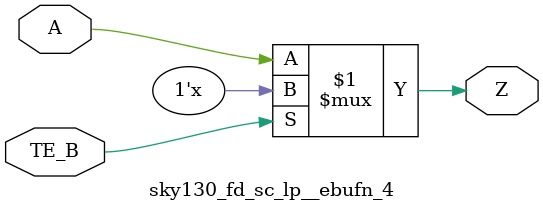
<source format=v>
module sky130_fd_sc_lp__ebufn_4 (
    Z   ,
    A   ,
    TE_B
);
    output Z   ;
    input  A   ;
    input  TE_B;
    bufif0 bufif00 (Z     , A, TE_B        );
endmodule
</source>
